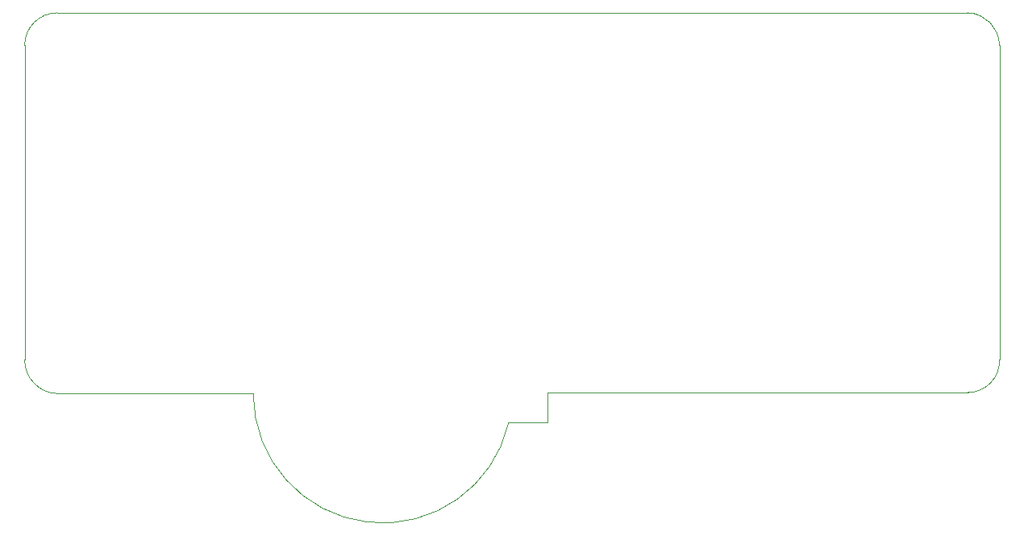
<source format=gm1>
%TF.GenerationSoftware,KiCad,Pcbnew,(5.1.10)-1*%
%TF.CreationDate,2021-12-15T16:43:02+05:30*%
%TF.ProjectId,SPVMD_V2.0,5350564d-445f-4563-922e-302e6b696361,rev?*%
%TF.SameCoordinates,Original*%
%TF.FileFunction,Profile,NP*%
%FSLAX46Y46*%
G04 Gerber Fmt 4.6, Leading zero omitted, Abs format (unit mm)*
G04 Created by KiCad (PCBNEW (5.1.10)-1) date 2021-12-15 16:43:02*
%MOMM*%
%LPD*%
G01*
G04 APERTURE LIST*
%TA.AperFunction,Profile*%
%ADD10C,0.050000*%
%TD*%
G04 APERTURE END LIST*
D10*
X153035000Y-99949000D02*
X153035000Y-103124000D01*
X149098000Y-103124000D02*
X149004002Y-103131616D01*
X153035000Y-103124000D02*
X149098000Y-103124000D01*
X197231000Y-99949000D02*
X153035000Y-99949000D01*
X200530560Y-96520094D02*
G75*
G02*
X197231000Y-99949000I-3299560J-126906D01*
G01*
X149004002Y-103131616D02*
G75*
G02*
X122174000Y-100076000I-13241002J3055616D01*
G01*
X101600081Y-100073734D02*
X122174000Y-100076000D01*
X101600081Y-100073734D02*
G75*
G02*
X98171000Y-96520000I126919J3553734D01*
G01*
X197230913Y-60073349D02*
G75*
G02*
X200533000Y-63500000I-126913J-3426651D01*
G01*
X98171000Y-63500000D02*
G75*
G02*
X101600000Y-60071000I3429000J0D01*
G01*
X200533000Y-63500000D02*
X200533000Y-96520000D01*
X101600000Y-60071000D02*
X197231000Y-60071000D01*
X98171000Y-63500000D02*
X98171000Y-96520000D01*
M02*

</source>
